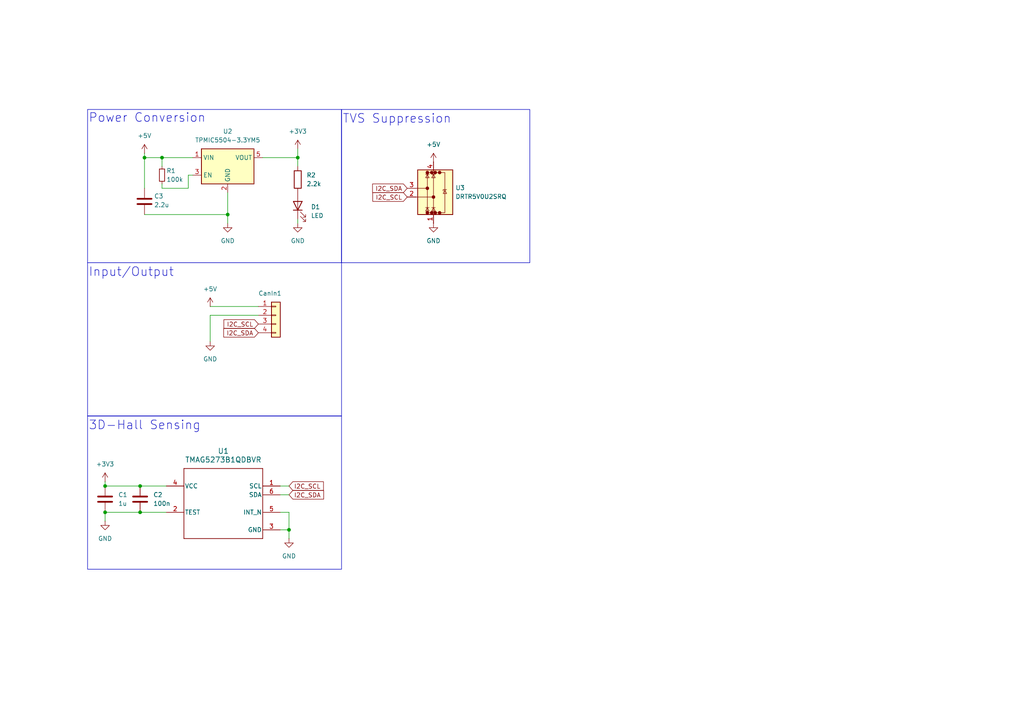
<source format=kicad_sch>
(kicad_sch (version 20231120) (generator "eeschema") (generator_version "8.0")
  (paper "A4")
  (lib_symbols
    (symbol "Connector_Generic:Conn_01x04" (pin_names (offset 1.016) hide)
      (property "Reference" "J" (at 0 5.08 0))
      (property "Value" "Conn_01x04" (at 0 -7.62 0))
      (symbol "Conn_01x04_1_1"
        (rectangle (start -1.27 -4.953) (end 0 -5.207) (stroke (width 0.1524)))
        (rectangle (start -1.27 -2.413) (end 0 -2.667) (stroke (width 0.1524)))
        (rectangle (start -1.27 0.127) (end 0 -0.127) (stroke (width 0.1524)))
        (rectangle (start -1.27 2.667) (end 0 2.413) (stroke (width 0.1524)))
        (rectangle (start -1.27 3.81) (end 1.27 -6.35) (stroke (width 0.254)) (fill (type background)))
        (pin passive line (at -5.08 2.54 0) (length 3.81) (name "Pin_1") (number "1"))
        (pin passive line (at -5.08 0 0) (length 3.81) (name "Pin_2") (number "2"))
        (pin passive line (at -5.08 -2.54 0) (length 3.81) (name "Pin_3") (number "3"))
        (pin passive line (at -5.08 -5.08 0) (length 3.81) (name "Pin_4") (number "4"))
      )
    )
    (symbol "Device:C" (pin_numbers hide) (pin_names (offset 0.254))
      (property "Reference" "C" (at 0.635 2.54 0))
      (property "Value" "C" (at 0.635 -2.54 0))
      (symbol "C_0_1"
        (polyline (pts (xy -2.032 -0.762) (xy 2.032 -0.762)) (stroke (width 0.508)))
        (polyline (pts (xy -2.032 0.762) (xy 2.032 0.762)) (stroke (width 0.508)))
      )
      (symbol "C_1_1"
        (pin passive line (at 0 3.81 270) (length 2.794) (name "~") (number "1"))
        (pin passive line (at 0 -3.81 90) (length 2.794) (name "~") (number "2"))
      )
    )
    (symbol "Device:LED" (pin_numbers hide) (pin_names (offset 1.016) hide)
      (property "Reference" "D" (at 0 2.54 0))
      (property "Value" "LED" (at 0 -2.54 0))
      (symbol "LED_0_1"
        (polyline (pts (xy -1.27 -1.27) (xy -1.27 1.27)) (stroke (width 0.254)))
        (polyline (pts (xy -1.27 0) (xy 1.27 0)))
        (polyline (pts (xy 1.27 -1.27) (xy 1.27 1.27) (xy -1.27 0) (xy 1.27 -1.27)) (stroke (width 0.254)))
        (polyline (pts (xy -3.048 -0.762) (xy -4.572 -2.286) (xy -3.81 -2.286) (xy -4.572 -2.286) (xy -4.572 -1.524)))
        (polyline (pts (xy -1.778 -0.762) (xy -3.302 -2.286) (xy -2.54 -2.286) (xy -3.302 -2.286) (xy -3.302 -1.524)))
      )
      (symbol "LED_1_1"
        (pin passive line (at -3.81 0 0) (length 2.54) (name "K") (number "1"))
        (pin passive line (at 3.81 0 180) (length 2.54) (name "A") (number "2"))
      )
    )
    (symbol "Device:R" (pin_numbers hide) (pin_names (offset 0))
      (property "Reference" "R" (at 2.032 0 90))
      (property "Value" "R" (at 0 0 90))
      (symbol "R_0_1"
        (rectangle (start -1.016 -2.54) (end 1.016 2.54) (stroke (width 0.254)))
      )
      (symbol "R_1_1"
        (pin passive line (at 0 3.81 270) (length 1.27) (name "~") (number "1"))
        (pin passive line (at 0 -3.81 90) (length 1.27) (name "~") (number "2"))
      )
    )
    (symbol "Device:R_Small" (pin_numbers hide) (pin_names (offset 0.254) hide)
      (property "Reference" "R" (at 0.762 0.508 0))
      (property "Value" "R_Small" (at 0.762 -1.016 0))
      (symbol "R_Small_0_1"
        (rectangle (start -0.762 1.778) (end 0.762 -1.778) (stroke (width 0.2032)))
      )
      (symbol "R_Small_1_1"
        (pin passive line (at 0 2.54 270) (length 0.762) (name "~") (number "1"))
        (pin passive line (at 0 -2.54 90) (length 0.762) (name "~") (number "2"))
      )
    )
    (symbol "Power_Protection:WE-TVS-824015043" (pin_names hide)
      (property "Reference" "U3" (at 6.35 0.1271 0))
      (property "Value" "DRTR5V0U2SRQ" (at 6.35 -2.4129 0))
      (symbol "WE-TVS-824015043_0_0"
        (circle (center -1.778 -7.112) (radius 0.0001) (stroke (width 0.508)))
        (circle (center -1.778 0) (radius 0.0001) (stroke (width 0.508)))
        (circle (center -1.778 4.572) (radius 0.0001) (stroke (width 0.508)))
        (circle (center -0.508 -7.112) (radius 0.0001) (stroke (width 0.508)))
        (circle (center -0.508 4.572) (radius 0.0001) (stroke (width 0.508)))
        (circle (center 0 -2.54) (radius 0.0001) (stroke (width 0.508)))
        (circle (center 0.508 -7.112) (radius 0.0001) (stroke (width 0.508)))
        (circle (center 0.508 4.572) (radius 0.0001) (stroke (width 0.508)))
        (circle (center 1.778 -7.112) (radius 0.0001) (stroke (width 0.508)))
        (circle (center 1.778 4.572) (radius 0.0001) (stroke (width 0.508)))
      )
      (symbol "WE-TVS-824015043_0_1"
        (polyline (pts (xy -5.08 -2.54) (xy 0 -2.54)))
        (polyline (pts (xy -5.08 0) (xy -1.778 0)))
        (polyline (pts (xy -2.286 -5.588) (xy -1.27 -5.588)))
        (polyline (pts (xy -2.286 4.064) (xy -1.27 4.064)))
        (polyline (pts (xy -0.508 -5.588) (xy 0.508 -5.588)))
        (polyline (pts (xy -0.508 4.572) (xy 1.778 4.572)))
        (polyline (pts (xy 0 5.08) (xy 0.508 4.572)))
        (polyline (pts (xy 0.508 -7.112) (xy -0.508 -7.112)))
        (polyline (pts (xy 0.508 -7.112) (xy 1.778 -7.112)))
        (polyline (pts (xy 0.508 4.064) (xy -0.508 4.064)))
        (polyline (pts (xy 2.794 -0.762) (xy 2.794 -0.381) (xy 3.81 -0.381)))
        (polyline (pts (xy -1.27 -6.604) (xy -2.286 -6.604) (xy -1.778 -5.588) (xy -1.27 -6.604)))
        (polyline (pts (xy -1.27 3.048) (xy -2.286 3.048) (xy -1.778 4.064) (xy -1.27 3.048)))
        (polyline (pts (xy -0.508 -6.604) (xy 0.508 -6.604) (xy 0 -5.588) (xy -0.508 -6.604)))
        (polyline (pts (xy -0.508 3.048) (xy 0.508 3.048) (xy 0 4.064) (xy -0.508 3.048)))
        (polyline (pts (xy 1.778 4.572) (xy 3.302 4.572) (xy 3.302 -7.112) (xy 1.778 -7.112)))
        (polyline (pts (xy 3.81 -1.524) (xy 2.794 -1.524) (xy 3.302 -0.508) (xy 3.81 -1.524)))
      )
      (symbol "WE-TVS-824015043_1_1"
        (rectangle (start -4.572 5.334) (end 5.588 -7.62) (stroke (width 0.254)) (fill (type background)))
        (polyline (pts (xy 0.508 -7.112) (xy 0 -6.604) (xy 0 4.064) (xy -0.508 4.572)))
        (polyline (pts (xy 0 -7.62) (xy -0.508 -7.112) (xy -1.778 -7.112) (xy -1.778 4.572) (xy -0.508 4.572)))
        (pin passive line (at 0 -10.16 90) (length 2.54) (name "GND") (number "1"))
        (pin passive line (at -7.62 -2.54 0) (length 2.54) (name "I/O3") (number "2"))
        (pin passive line (at -7.62 0 0) (length 2.54) (name "I/O2") (number "3"))
        (pin passive line (at 0 7.62 270) (length 2.54) (name "VCC") (number "4"))
      )
    )
    (symbol "Regulator_Linear:MCP1802x-xx02xOT"
      (property "Reference" "U2" (at 0 10.16 0))
      (property "Value" "TPMIC5504-3.3YM5" (at 0 7.62 0))
      (symbol "MCP1802x-xx02xOT_0_1"
        (rectangle (start -7.62 5.08) (end 7.62 -5.08) (stroke (width 0.254)) (fill (type background)))
      )
      (symbol "MCP1802x-xx02xOT_1_1"
        (pin power_in line (at -10.16 2.54 0) (length 2.54) (name "VIN") (number "1"))
        (pin power_in line (at 0 -7.62 90) (length 2.54) (name "GND") (number "2"))
        (pin input line (at -10.16 -2.54 0) (length 2.54) (name "EN") (number "3"))
        (pin no_connect line (at 7.62 0 180) (length 2.54) hide (name "NC") (number "4"))
        (pin power_out line (at 10.16 2.54 180) (length 2.54) (name "VOUT") (number "5"))
      )
    )
    (symbol "TMAG5273:TMAG5273B1QDBVR" (pin_names (offset 0.254))
      (property "Reference" "U" (at 0 2.54 0))
      (property "Value" "TMAG5273B1QDBVR" (at 0 0 0))
      (symbol "TMAG5273B1QDBVR_0_1"
        (polyline (pts (xy 5.08 -15.24) (xy 27.94 -15.24)) (stroke (width 0.2032)))
        (polyline (pts (xy 5.08 5.08) (xy 5.08 -15.24)) (stroke (width 0.2032)))
        (polyline (pts (xy 27.94 -15.24) (xy 27.94 5.08)) (stroke (width 0.2032)))
        (polyline (pts (xy 27.94 5.08) (xy 5.08 5.08)) (stroke (width 0.2032)))
        (pin input line (at 33.02 0 180) (length 5.08) (name "SCL") (number "1"))
        (pin input line (at 0 -7.62 0) (length 5.08) (name "TEST") (number "2"))
        (pin power_in line (at 33.02 -12.7 180) (length 5.08) (name "GND") (number "3"))
        (pin power_in line (at 0 0 0) (length 5.08) (name "VCC") (number "4"))
        (pin output line (at 33.02 -7.62 180) (length 5.08) (name "INT_N") (number "5"))
        (pin bidirectional line (at 33.02 -2.54 180) (length 5.08) (name "SDA") (number "6"))
      )
    )
    (symbol "power:+3V3" (power) (pin_numbers hide) (pin_names (offset 0) hide)
      (property "Value" "+3V3" (at 0 3.556 0))
      (symbol "+3V3_0_1"
        (polyline (pts (xy -0.762 1.27) (xy 0 2.54)))
        (polyline (pts (xy 0 0) (xy 0 2.54)))
        (polyline (pts (xy 0 2.54) (xy 0.762 1.27)))
      )
      (symbol "+3V3_1_1"
        (pin power_in line (at 0 0 90) (length 0) (name "~") (number "1"))
      )
    )
    (symbol "power:+5V" (power) (pin_numbers hide) (pin_names (offset 0) hide)
      (property "Value" "+5V" (at 0 3.556 0))
      (symbol "+5V_0_1"
        (polyline (pts (xy -0.762 1.27) (xy 0 2.54)))
        (polyline (pts (xy 0 0) (xy 0 2.54)))
        (polyline (pts (xy 0 2.54) (xy 0.762 1.27)))
      )
      (symbol "+5V_1_1"
        (pin power_in line (at 0 0 90) (length 0) (name "~") (number "1"))
      )
    )
    (symbol "power:GND" (power) (pin_numbers hide) (pin_names (offset 0) hide)
      (property "Value" "GND" (at 0 -3.81 0))
      (symbol "GND_0_1"
        (polyline (pts (xy 0 0) (xy 0 -1.27) (xy 1.27 -1.27) (xy 0 -2.54) (xy -1.27 -1.27) (xy 0 -1.27)))
      )
      (symbol "GND_1_1"
        (pin power_in line (at 0 0 270) (length 0) (name "~") (number "1"))
      )
    )
  )
  (junction (at 30.48 148.59))
  (junction (at 40.64 148.59))
  (junction (at 66.04 62.23))
  (junction (at 83.82 153.67))
  (junction (at 41.91 45.72))
  (junction (at 40.64 140.97))
  (junction (at 86.36 45.72))
  (junction (at 46.99 45.72))
  (junction (at 30.48 140.97))
  (wire (pts (xy 81.28 153.67) (xy 83.82 153.67)))
  (wire (pts (xy 60.96 88.9) (xy 74.93 88.9)))
  (wire (pts (xy 54.61 50.8) (xy 55.88 50.8)))
  (wire (pts (xy 66.04 55.88) (xy 66.04 62.23)))
  (wire (pts (xy 40.64 140.97) (xy 48.26 140.97)))
  (wire (pts (xy 83.82 153.67) (xy 83.82 156.21)))
  (wire (pts (xy 41.91 62.23) (xy 66.04 62.23)))
  (wire (pts (xy 30.48 148.59) (xy 30.48 151.13)))
  (wire (pts (xy 76.2 45.72) (xy 86.36 45.72)))
  (wire (pts (xy 83.82 140.97) (xy 81.28 140.97)))
  (wire (pts (xy 41.91 44.45) (xy 41.91 45.72)))
  (wire (pts (xy 66.04 64.77) (xy 66.04 62.23)))
  (wire (pts (xy 30.48 140.97) (xy 40.64 140.97)))
  (wire (pts (xy 46.99 54.61) (xy 54.61 54.61)))
  (wire (pts (xy 46.99 45.72) (xy 55.88 45.72)))
  (wire (pts (xy 86.36 43.18) (xy 86.36 45.72)))
  (wire (pts (xy 60.96 99.06) (xy 60.96 91.44)))
  (wire (pts (xy 83.82 143.51) (xy 81.28 143.51)))
  (wire (pts (xy 86.36 63.5) (xy 86.36 64.77)))
  (wire (pts (xy 83.82 148.59) (xy 83.82 153.67)))
  (wire (pts (xy 41.91 45.72) (xy 46.99 45.72)))
  (wire (pts (xy 86.36 45.72) (xy 86.36 48.26)))
  (wire (pts (xy 54.61 50.8) (xy 54.61 54.61)))
  (wire (pts (xy 60.96 91.44) (xy 74.93 91.44)))
  (wire (pts (xy 46.99 54.61) (xy 46.99 53.34)))
  (wire (pts (xy 40.64 148.59) (xy 48.26 148.59)))
  (wire (pts (xy 81.28 148.59) (xy 83.82 148.59)))
  (wire (pts (xy 30.48 139.7) (xy 30.48 140.97)))
  (wire (pts (xy 41.91 45.72) (xy 41.91 54.61)))
  (wire (pts (xy 46.99 45.72) (xy 46.99 48.26)))
  (wire (pts (xy 30.48 148.59) (xy 40.64 148.59)))
  (rectangle (start 99.06 31.75) (end 153.67 76.2))
  (rectangle (start 25.4 120.65) (end 99.06 165.1))
  (rectangle (start 25.4 76.2) (end 99.06 120.65))
  (rectangle (start 25.4 31.75) (end 99.06 76.2))
  (text "Power Conversion" (at 25.654 34.29 0) (effects (font (size 2.54 2.54)) (justify left)))
  (text "TVS Suppression" (at 99.314 34.544 0) (effects (font (size 2.54 2.54)) (justify left)))
  (text "3D-Hall Sensing" (at 25.654 123.444 0) (effects (font (size 2.54 2.54)) (justify left)))
  (text "Input/Output" (at 25.654 78.994 0) (effects (font (size 2.54 2.54)) (justify left)))
  (global_label "I2C_SCL" (shape input) (at 118.11 57.15 180) (property "Intersheetrefs" "${INTERSHEET_REFS}" (effects (hide yes))))
  (global_label "I2C_SCL" (shape input) (at 74.93 93.98 180) (property "Intersheetrefs" "${INTERSHEET_REFS}" (effects (hide yes))))
  (global_label "I2C_SCL" (shape input) (at 83.82 140.97 0) (property "Intersheetrefs" "${INTERSHEET_REFS}" (effects (hide yes))))
  (global_label "I2C_SDA" (shape input) (at 83.82 143.51 0) (property "Intersheetrefs" "${INTERSHEET_REFS}" (effects (hide yes))))
  (global_label "I2C_SDA" (shape input) (at 74.93 96.52 180) (property "Intersheetrefs" "${INTERSHEET_REFS}" (effects (hide yes))))
  (global_label "I2C_SDA" (shape input) (at 118.11 54.61 180) (property "Intersheetrefs" "${INTERSHEET_REFS}" (effects (hide yes))))
  (symbol (lib_id "Device:R") (at 86.36 52.07 0) (unit 1)
    (property "Reference" "R2" (at 88.9 50.7999 0) (effects (justify left)))
    (property "Value" "2.2k" (at 88.9 53.3399 0) (effects (justify left)))
    (property "Footprint" "Resistor_SMD:R_0603_1608Metric_Pad0.98x0.95mm_HandSolder" (effects (hide yes)))
    (property "Description" "Resistor" (effects (hide yes)))
  )
  (symbol (lib_id "power:+3V3") (at 30.48 139.7 0) (unit 1)
    (property "Reference" "#PWR01" (effects (hide yes)))
    (property "Value" "+3V3" (at 30.48 134.62 0))
    (property "Description" "Power symbol creates a global label with name \"+3V3\"" (effects (hide yes)))
  )
  (symbol (lib_id "Power_Protection:WE-TVS-824015043") (at 125.73 54.61 0) (unit 1)
    (property "Reference" "U3" (at 132.08 54.4829 0) (effects (justify left)))
    (property "Value" "DRTR5V0U2SRQ" (at 132.08 57.0229 0) (effects (justify left)))
    (property "Footprint" "Package_TO_SOT_SMD:SOT-143_Handsoldering" (effects (hide yes)))
    (property "Datasheet" "https://www.mouser.com/datasheet/2/115/DRTR5V0U2SRQ-2940787.pdf" (effects (hide yes)))
    (property "Description" "Low Capacitance TVS Diode Array, 2 Channels, SOT-23-6" (effects (hide yes)))
  )
  (symbol (lib_id "power:GND") (at 125.73 64.77 0) (unit 1)
    (property "Reference" "#PWR011" (effects (hide yes)))
    (property "Value" "GND" (at 125.73 69.85 0))
    (property "Description" "Power symbol creates a global label with name \"GND\" , ground" (effects (hide yes)))
  )
  (symbol (lib_id "power:GND") (at 30.48 151.13 0) (unit 1)
    (property "Reference" "#PWR02" (effects (hide yes)))
    (property "Value" "GND" (at 30.48 156.21 0))
    (property "Description" "Power symbol creates a global label with name \"GND\" , ground" (effects (hide yes)))
  )
  (symbol (lib_id "power:GND") (at 60.96 99.06 0) (mirror y) (unit 1)
    (property "Reference" "#PWR06" (effects (hide yes)))
    (property "Value" "GND" (at 60.96 104.14 0))
    (property "Description" "Power symbol creates a global label with name \"GND\" , ground" (effects (hide yes)))
  )
  (symbol (lib_id "power:+5V") (at 60.96 88.9 0) (mirror y) (unit 1)
    (property "Reference" "#PWR05" (effects (hide yes)))
    (property "Value" "+5V" (at 60.96 83.82 0))
    (property "Description" "Power symbol creates a global label with name \"+5V\"" (effects (hide yes)))
  )
  (symbol (lib_id "power:+3V3") (at 86.36 43.18 0) (unit 1)
    (property "Reference" "#PWR08" (effects (hide yes)))
    (property "Value" "+3V3" (at 86.36 38.1 0))
    (property "Description" "Power symbol creates a global label with name \"+3V3\"" (effects (hide yes)))
  )
  (symbol (lib_id "Device:R_Small") (at 46.99 50.8 0) (unit 1)
    (property "Reference" "R1" (at 48.26 49.53 0) (effects (justify left)))
    (property "Value" "100k" (at 48.26 52.07 0) (effects (justify left)))
    (property "Footprint" "Resistor_SMD:R_0603_1608Metric_Pad0.98x0.95mm_HandSolder" (effects (hide yes)))
    (property "Description" "Resistor, small symbol" (effects (hide yes)))
  )
  (symbol (lib_id "power:+5V") (at 125.73 46.99 0) (mirror y) (unit 1)
    (property "Reference" "#PWR010" (effects (hide yes)))
    (property "Value" "+5V" (at 125.73 41.91 0))
    (property "Description" "Power symbol creates a global label with name \"+5V\"" (effects (hide yes)))
  )
  (symbol (lib_id "Connector_Generic:Conn_01x04") (at 80.01 91.44 0) (unit 1)
    (property "Reference" "CanIn1" (at 74.93 85.09 0) (effects (justify left)))
    (property "Value" "Conn_01x04_MountingPin" (effects (hide yes)))
    (property "Footprint" "Temporary Common:Pluggable_Terminal_2.54mm_4P_Horizontal" (effects (hide yes)))
    (property "Description" "Generic connector, single row, 01x04, script generated (kicad-library-utils/schlib/autogen/connector/)" (effects (hide yes)))
  )
  (symbol (lib_id "power:GND") (at 66.04 64.77 0) (unit 1)
    (property "Reference" "#PWR04" (effects (hide yes)))
    (property "Value" "GND" (at 66.04 69.85 0))
    (property "Description" "Power symbol creates a global label with name \"GND\" , ground" (effects (hide yes)))
  )
  (symbol (lib_id "Device:C") (at 30.48 144.78 0) (unit 1)
    (property "Reference" "C1" (at 34.29 143.5099 0) (effects (justify left)))
    (property "Value" "1u" (at 34.29 146.0499 0) (effects (justify left)))
    (property "Footprint" "Capacitor_SMD:C_0603_1608Metric_Pad1.08x0.95mm_HandSolder" (effects (hide yes)))
    (property "Description" "Unpolarized capacitor" (effects (hide yes)))
  )
  (symbol (lib_id "power:GND") (at 86.36 64.77 0) (unit 1)
    (property "Reference" "#PWR09" (effects (hide yes)))
    (property "Value" "GND" (at 86.36 69.85 0))
    (property "Description" "Power symbol creates a global label with name \"GND\" , ground" (effects (hide yes)))
  )
  (symbol (lib_id "Device:LED") (at 86.36 59.69 90) (unit 1)
    (property "Reference" "D1" (at 90.17 60.0074 90) (effects (justify right)))
    (property "Value" "LED" (at 90.17 62.5474 90) (effects (justify right)))
    (property "Footprint" "LED_SMD:LED_0603_1608Metric_Pad1.05x0.95mm_HandSolder" (effects (hide yes)))
    (property "Description" "Light emitting diode" (effects (hide yes)))
  )
  (symbol (lib_id "Device:C") (at 41.91 58.42 0) (unit 1)
    (property "Reference" "C3" (at 44.704 56.896 0) (effects (justify left)))
    (property "Value" "2.2u" (at 44.704 59.436 0) (effects (justify left)))
    (property "Footprint" "Capacitor_SMD:C_0603_1608Metric_Pad1.08x0.95mm_HandSolder" (effects (hide yes)))
    (property "Description" "Unpolarized capacitor" (effects (hide yes)))
  )
  (symbol (lib_id "Regulator_Linear:MCP1802x-xx02xOT") (at 66.04 48.26 0) (unit 1)
    (property "Reference" "U2" (at 66.04 38.1 0))
    (property "Value" "TPMIC5504-3.3YM5" (at 66.04 40.64 0))
    (property "Footprint" "Package_TO_SOT_SMD:SOT-23-5" (effects (hide yes)))
    (property "Datasheet" "https://www.lcsc.com/datasheet/lcsc_datasheet_2205241716_TECH-PUBLIC-TPMIC5504-3-3YM5_C3021093.pdf" (effects (hide yes)))
    (property "Description" "300mA, LDO With Shutdown, Fixed 3.3V, SOT-23-5" (effects (hide yes)))
  )
  (symbol (lib_id "TMAG5273:TMAG5273B1QDBVR") (at 48.26 140.97 0) (unit 1)
    (property "Reference" "U1" (at 64.77 130.81 0) (effects (font (size 1.524 1.524))))
    (property "Value" "TMAG5273B1QDBVR" (at 64.77 133.35 0) (effects (font (size 1.524 1.524))))
    (property "Footprint" "DBV0006A-IPC_A" (effects (hide yes)))
    (property "Datasheet" "https://www.ti.com/lit/ds/symlink/tmag5273.pdf?ts=1721504027842&ref_url=https%253A%252F%252Fwww.mouser.com%252F" (effects (hide yes)))
  )
  (symbol (lib_id "power:+5V") (at 41.91 44.45 0) (unit 1)
    (property "Reference" "#PWR03" (effects (hide yes)))
    (property "Value" "+5V" (at 41.91 39.37 0))
    (property "Description" "Power symbol creates a global label with name \"+5V\"" (effects (hide yes)))
  )
  (symbol (lib_id "Device:C") (at 40.64 144.78 0) (unit 1)
    (property "Reference" "C2" (at 44.45 143.5099 0) (effects (justify left)))
    (property "Value" "100n" (at 44.45 146.0499 0) (effects (justify left)))
    (property "Footprint" "Capacitor_SMD:C_0603_1608Metric_Pad1.08x0.95mm_HandSolder" (effects (hide yes)))
    (property "Description" "Unpolarized capacitor" (effects (hide yes)))
  )
  (symbol (lib_id "power:GND") (at 83.82 156.21 0) (unit 1)
    (property "Reference" "#PWR07" (effects (hide yes)))
    (property "Value" "GND" (at 83.82 161.29 0))
    (property "Description" "Power symbol creates a global label with name \"GND\" , ground" (effects (hide yes)))
  )
)
</source>
